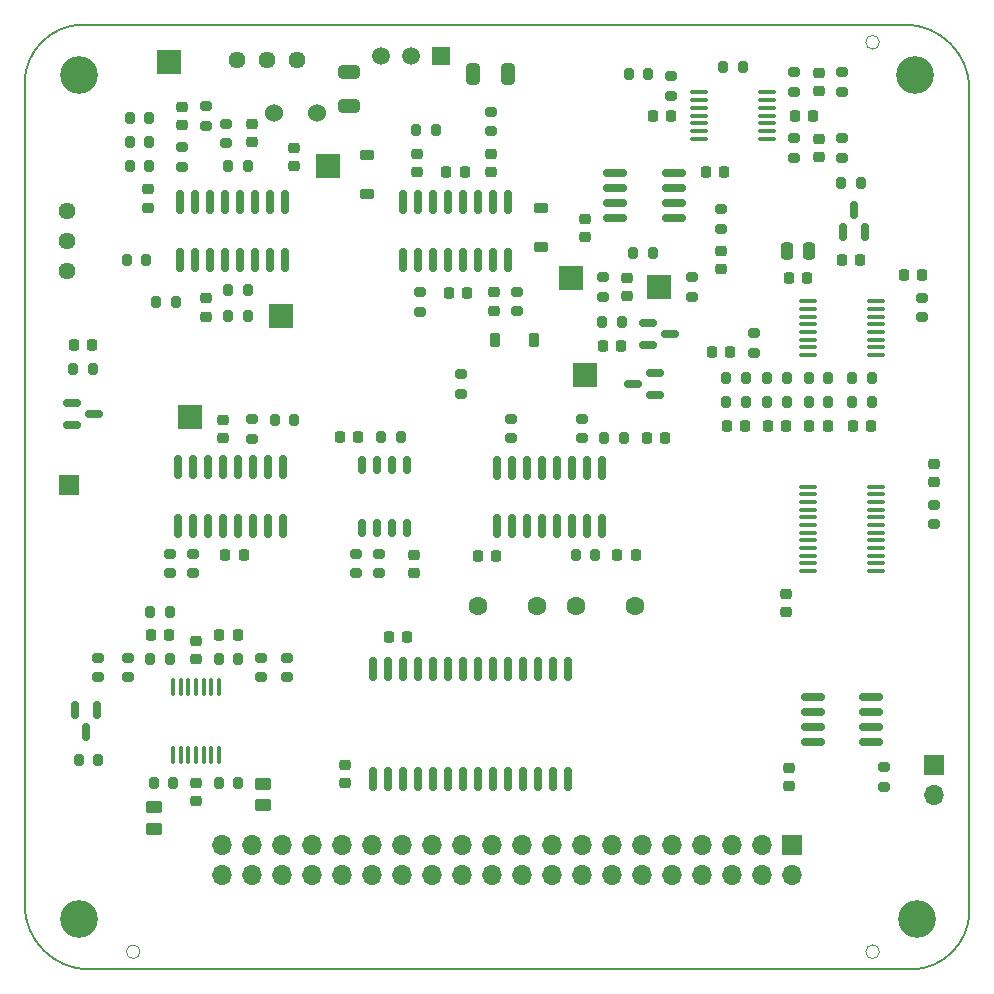
<source format=gbr>
G04 #@! TF.GenerationSoftware,KiCad,Pcbnew,7.0.11*
G04 #@! TF.CreationDate,2024-06-21T20:49:24-07:00*
G04 #@! TF.ProjectId,as3340,61733333-3430-42e6-9b69-6361645f7063,rev?*
G04 #@! TF.SameCoordinates,PX5d9f491PY90fcb2f*
G04 #@! TF.FileFunction,Soldermask,Top*
G04 #@! TF.FilePolarity,Negative*
%FSLAX46Y46*%
G04 Gerber Fmt 4.6, Leading zero omitted, Abs format (unit mm)*
G04 Created by KiCad (PCBNEW 7.0.11) date 2024-06-21 20:49:24*
%MOMM*%
%LPD*%
G01*
G04 APERTURE LIST*
G04 Aperture macros list*
%AMRoundRect*
0 Rectangle with rounded corners*
0 $1 Rounding radius*
0 $2 $3 $4 $5 $6 $7 $8 $9 X,Y pos of 4 corners*
0 Add a 4 corners polygon primitive as box body*
4,1,4,$2,$3,$4,$5,$6,$7,$8,$9,$2,$3,0*
0 Add four circle primitives for the rounded corners*
1,1,$1+$1,$2,$3*
1,1,$1+$1,$4,$5*
1,1,$1+$1,$6,$7*
1,1,$1+$1,$8,$9*
0 Add four rect primitives between the rounded corners*
20,1,$1+$1,$2,$3,$4,$5,0*
20,1,$1+$1,$4,$5,$6,$7,0*
20,1,$1+$1,$6,$7,$8,$9,0*
20,1,$1+$1,$8,$9,$2,$3,0*%
G04 Aperture macros list end*
%ADD10RoundRect,0.225000X-0.250000X0.225000X-0.250000X-0.225000X0.250000X-0.225000X0.250000X0.225000X0*%
%ADD11RoundRect,0.225000X0.250000X-0.225000X0.250000X0.225000X-0.250000X0.225000X-0.250000X-0.225000X0*%
%ADD12RoundRect,0.150000X0.150000X-0.825000X0.150000X0.825000X-0.150000X0.825000X-0.150000X-0.825000X0*%
%ADD13RoundRect,0.200000X0.200000X0.275000X-0.200000X0.275000X-0.200000X-0.275000X0.200000X-0.275000X0*%
%ADD14RoundRect,0.200000X0.275000X-0.200000X0.275000X0.200000X-0.275000X0.200000X-0.275000X-0.200000X0*%
%ADD15RoundRect,0.200000X-0.200000X-0.275000X0.200000X-0.275000X0.200000X0.275000X-0.200000X0.275000X0*%
%ADD16RoundRect,0.200000X-0.275000X0.200000X-0.275000X-0.200000X0.275000X-0.200000X0.275000X0.200000X0*%
%ADD17C,1.440000*%
%ADD18RoundRect,0.225000X-0.225000X-0.250000X0.225000X-0.250000X0.225000X0.250000X-0.225000X0.250000X0*%
%ADD19RoundRect,0.225000X0.225000X0.250000X-0.225000X0.250000X-0.225000X-0.250000X0.225000X-0.250000X0*%
%ADD20RoundRect,0.250000X-0.250000X-0.475000X0.250000X-0.475000X0.250000X0.475000X-0.250000X0.475000X0*%
%ADD21RoundRect,0.100000X0.100000X-0.637500X0.100000X0.637500X-0.100000X0.637500X-0.100000X-0.637500X0*%
%ADD22C,3.200000*%
%ADD23RoundRect,0.250000X0.325000X0.650000X-0.325000X0.650000X-0.325000X-0.650000X0.325000X-0.650000X0*%
%ADD24RoundRect,0.100000X0.637500X0.100000X-0.637500X0.100000X-0.637500X-0.100000X0.637500X-0.100000X0*%
%ADD25RoundRect,0.100000X-0.637500X-0.100000X0.637500X-0.100000X0.637500X0.100000X-0.637500X0.100000X0*%
%ADD26RoundRect,0.150000X0.150000X-0.587500X0.150000X0.587500X-0.150000X0.587500X-0.150000X-0.587500X0*%
%ADD27C,1.524000*%
%ADD28RoundRect,0.250000X-0.650000X0.325000X-0.650000X-0.325000X0.650000X-0.325000X0.650000X0.325000X0*%
%ADD29RoundRect,0.218750X0.256250X-0.218750X0.256250X0.218750X-0.256250X0.218750X-0.256250X-0.218750X0*%
%ADD30RoundRect,0.225000X0.375000X-0.225000X0.375000X0.225000X-0.375000X0.225000X-0.375000X-0.225000X0*%
%ADD31R,2.000000X2.000000*%
%ADD32R,1.700000X1.700000*%
%ADD33O,1.700000X1.700000*%
%ADD34RoundRect,0.150000X0.150000X-0.625000X0.150000X0.625000X-0.150000X0.625000X-0.150000X-0.625000X0*%
%ADD35RoundRect,0.250000X-0.450000X0.262500X-0.450000X-0.262500X0.450000X-0.262500X0.450000X0.262500X0*%
%ADD36R,1.500000X1.500000*%
%ADD37C,1.500000*%
%ADD38RoundRect,0.225000X-0.225000X-0.375000X0.225000X-0.375000X0.225000X0.375000X-0.225000X0.375000X0*%
%ADD39RoundRect,0.150000X0.825000X0.150000X-0.825000X0.150000X-0.825000X-0.150000X0.825000X-0.150000X0*%
%ADD40RoundRect,0.150000X0.150000X-0.875000X0.150000X0.875000X-0.150000X0.875000X-0.150000X-0.875000X0*%
%ADD41RoundRect,0.150000X-0.587500X-0.150000X0.587500X-0.150000X0.587500X0.150000X-0.587500X0.150000X0*%
%ADD42RoundRect,0.150000X-0.150000X0.587500X-0.150000X-0.587500X0.150000X-0.587500X0.150000X0.587500X0*%
%ADD43C,1.600000*%
%ADD44RoundRect,0.225000X-0.375000X0.225000X-0.375000X-0.225000X0.375000X-0.225000X0.375000X0.225000X0*%
%ADD45RoundRect,0.150000X-0.150000X0.825000X-0.150000X-0.825000X0.150000X-0.825000X0.150000X0.825000X0*%
%ADD46RoundRect,0.150000X0.587500X0.150000X-0.587500X0.150000X-0.587500X-0.150000X0.587500X-0.150000X0*%
G04 #@! TA.AperFunction,Profile*
%ADD47C,0.150000*%
G04 #@! TD*
G04 #@! TA.AperFunction,Profile*
%ADD48C,0.050000*%
G04 #@! TD*
G04 APERTURE END LIST*
D10*
X47929999Y65204999D03*
X47929999Y63654999D03*
D11*
X17229999Y46629999D03*
X17229999Y48179999D03*
D10*
X14979999Y17454999D03*
X14979999Y15904999D03*
D12*
X13599999Y61679999D03*
X14869999Y61679999D03*
X16139999Y61679999D03*
X17409999Y61679999D03*
X18679999Y61679999D03*
X19949999Y61679999D03*
X21219999Y61679999D03*
X22489999Y61679999D03*
X22489999Y66629999D03*
X21219999Y66629999D03*
X19949999Y66629999D03*
X18679999Y66629999D03*
X17409999Y66629999D03*
X16139999Y66629999D03*
X14869999Y66629999D03*
X13599999Y66629999D03*
D11*
X19679999Y71654999D03*
X19679999Y73204999D03*
X23294999Y69629999D03*
X23294999Y71179999D03*
D10*
X10929999Y67679999D03*
X10929999Y66129999D03*
D11*
X13794999Y73129999D03*
X13794999Y74679999D03*
D13*
X19369999Y59154999D03*
X17719999Y59154999D03*
D14*
X30479999Y35154999D03*
X30479999Y36804999D03*
D15*
X17719999Y69654999D03*
X19369999Y69654999D03*
D13*
X10754999Y61679999D03*
X9104999Y61679999D03*
X13254999Y58179999D03*
X11604999Y58179999D03*
D14*
X15794999Y73079999D03*
X15794999Y74729999D03*
D16*
X6679999Y28004999D03*
X6679999Y26354999D03*
D14*
X13794999Y69579999D03*
X13794999Y71229999D03*
D17*
X4029999Y65879999D03*
X4029999Y63339999D03*
X4029999Y60799999D03*
X18479999Y78629999D03*
X21019999Y78629999D03*
X23559999Y78629999D03*
D15*
X33604999Y72679999D03*
X35254999Y72679999D03*
D14*
X56929999Y58604999D03*
X56929999Y60254999D03*
D15*
X49354999Y56429999D03*
X51004999Y56429999D03*
D10*
X39979999Y70679999D03*
X39979999Y69129999D03*
D18*
X50654999Y36679999D03*
X52204999Y36679999D03*
D16*
X33929999Y58979999D03*
X33929999Y57329999D03*
D18*
X36154999Y69154999D03*
X37704999Y69154999D03*
D19*
X37954999Y58904999D03*
X36404999Y58904999D03*
D13*
X51204999Y46629999D03*
X49554999Y46629999D03*
D14*
X62179999Y53854999D03*
X62179999Y55504999D03*
D16*
X76429999Y58504999D03*
X76429999Y56854999D03*
X69679999Y72004999D03*
X69679999Y70354999D03*
D10*
X67679999Y71954999D03*
X67679999Y70404999D03*
D11*
X51429999Y58654999D03*
X51429999Y60204999D03*
D13*
X6229999Y52429999D03*
X4579999Y52429999D03*
D16*
X49429999Y60254999D03*
X49429999Y58604999D03*
X22679999Y28004999D03*
X22679999Y26354999D03*
D19*
X28704999Y46679999D03*
X27154999Y46679999D03*
D15*
X59604999Y78004999D03*
X61254999Y78004999D03*
X63354999Y51679999D03*
X65004999Y51679999D03*
X66854999Y51679999D03*
X68504999Y51679999D03*
D20*
X64979999Y62429999D03*
X66879999Y62429999D03*
D18*
X65154999Y60179999D03*
X66704999Y60179999D03*
D11*
X64929999Y31904999D03*
X64929999Y33454999D03*
D16*
X39929999Y74254999D03*
X39929999Y72604999D03*
D19*
X59704999Y69179999D03*
X58154999Y69179999D03*
D16*
X55179999Y77254999D03*
X55179999Y75604999D03*
D21*
X13029999Y19817499D03*
X13679999Y19817499D03*
X14329999Y19817499D03*
X14979999Y19817499D03*
X15629999Y19817499D03*
X16279999Y19817499D03*
X16929999Y19817499D03*
X16929999Y25542499D03*
X16279999Y25542499D03*
X15629999Y25542499D03*
X14979999Y25542499D03*
X14329999Y25542499D03*
X13679999Y25542499D03*
X13029999Y25542499D03*
D14*
X69679999Y75929999D03*
X69679999Y77579999D03*
D16*
X65629999Y77579999D03*
X65629999Y75929999D03*
D13*
X68504999Y49679999D03*
X66854999Y49679999D03*
D22*
X76054999Y5929999D03*
X75854999Y77329999D03*
X5054999Y5929999D03*
X5054999Y77329999D03*
D13*
X19369999Y56929999D03*
X17719999Y56929999D03*
D23*
X41404999Y77429999D03*
X38454999Y77429999D03*
D24*
X72542499Y35354999D03*
X72542499Y36004999D03*
X72542499Y36654999D03*
X72542499Y37304999D03*
X72542499Y37954999D03*
X72542499Y38604999D03*
X72542499Y39254999D03*
X72542499Y39904999D03*
X72542499Y40554999D03*
X72542499Y41204999D03*
X72542499Y41854999D03*
X72542499Y42504999D03*
X66817499Y42504999D03*
X66817499Y41854999D03*
X66817499Y41204999D03*
X66817499Y40554999D03*
X66817499Y39904999D03*
X66817499Y39254999D03*
X66817499Y38604999D03*
X66817499Y37954999D03*
X66817499Y37304999D03*
X66817499Y36654999D03*
X66817499Y36004999D03*
X66817499Y35354999D03*
D25*
X66817499Y58204999D03*
X66817499Y57554999D03*
X66817499Y56904999D03*
X66817499Y56254999D03*
X66817499Y55604999D03*
X66817499Y54954999D03*
X66817499Y54304999D03*
X66817499Y53654999D03*
X72542499Y53654999D03*
X72542499Y54304999D03*
X72542499Y54954999D03*
X72542499Y55604999D03*
X72542499Y56254999D03*
X72542499Y56904999D03*
X72542499Y57554999D03*
X72542499Y58204999D03*
D13*
X65004999Y49679999D03*
X63354999Y49679999D03*
X11004999Y73679999D03*
X9354999Y73679999D03*
D16*
X37429999Y52004999D03*
X37429999Y50354999D03*
D15*
X47104999Y36679999D03*
X48754999Y36679999D03*
D13*
X32304999Y46729999D03*
X30654999Y46729999D03*
D16*
X41679999Y48254999D03*
X41679999Y46604999D03*
D15*
X59854999Y51679999D03*
X61504999Y51679999D03*
D16*
X14729999Y36804999D03*
X14729999Y35154999D03*
D12*
X32484999Y61679999D03*
X33754999Y61679999D03*
X35024999Y61679999D03*
X36294999Y61679999D03*
X37564999Y61679999D03*
X38834999Y61679999D03*
X40104999Y61679999D03*
X41374999Y61679999D03*
X41374999Y66629999D03*
X40104999Y66629999D03*
X38834999Y66629999D03*
X37564999Y66629999D03*
X36294999Y66629999D03*
X35024999Y66629999D03*
X33754999Y66629999D03*
X32484999Y66629999D03*
D16*
X12729999Y36804999D03*
X12729999Y35154999D03*
D26*
X69729999Y64054999D03*
X71629999Y64054999D03*
X70679999Y65929999D03*
D16*
X47679999Y48254999D03*
X47679999Y46604999D03*
D27*
X21579999Y74179999D03*
X25179999Y74179999D03*
D28*
X27929999Y77654999D03*
X27929999Y74704999D03*
D16*
X77429999Y40979999D03*
X77429999Y39329999D03*
D29*
X77429999Y42867499D03*
X77429999Y44442499D03*
D30*
X44179999Y62779999D03*
X44179999Y66079999D03*
D11*
X40179999Y57404999D03*
X40179999Y58954999D03*
X33429999Y35154999D03*
X33429999Y36704999D03*
D14*
X42179999Y57354999D03*
X42179999Y59004999D03*
D31*
X14429999Y48429999D03*
D15*
X52004999Y62329999D03*
X53654999Y62329999D03*
D16*
X59429999Y66004999D03*
X59429999Y64354999D03*
D10*
X15794999Y58454999D03*
X15794999Y56904999D03*
D31*
X26179999Y69679999D03*
D13*
X11004999Y71679999D03*
X9354999Y71679999D03*
D15*
X9354999Y69679999D03*
X11004999Y69679999D03*
D13*
X12754999Y31929999D03*
X11104999Y31929999D03*
D12*
X13484999Y39204999D03*
X14754999Y39204999D03*
X16024999Y39204999D03*
X17294999Y39204999D03*
X18564999Y39204999D03*
X19834999Y39204999D03*
X21104999Y39204999D03*
X22374999Y39204999D03*
X22374999Y44154999D03*
X21104999Y44154999D03*
X19834999Y44154999D03*
X18564999Y44154999D03*
X17294999Y44154999D03*
X16024999Y44154999D03*
X14754999Y44154999D03*
X13484999Y44154999D03*
D32*
X65454999Y12129999D03*
D33*
X65454999Y9589999D03*
X62914999Y12129999D03*
X62914999Y9589999D03*
X60374999Y12129999D03*
X60374999Y9589999D03*
X57834999Y12129999D03*
X57834999Y9589999D03*
X55294999Y12129999D03*
X55294999Y9589999D03*
X52754999Y12129999D03*
X52754999Y9589999D03*
X50214999Y12129999D03*
X50214999Y9589999D03*
X47674999Y12129999D03*
X47674999Y9589999D03*
X45134999Y12129999D03*
X45134999Y9589999D03*
X42594999Y12129999D03*
X42594999Y9589999D03*
X40054999Y12129999D03*
X40054999Y9589999D03*
X37514999Y12129999D03*
X37514999Y9589999D03*
X34974999Y12129999D03*
X34974999Y9589999D03*
X32434999Y12129999D03*
X32434999Y9589999D03*
X29894999Y12129999D03*
X29894999Y9589999D03*
X27354999Y12129999D03*
X27354999Y9589999D03*
X24814999Y12129999D03*
X24814999Y9589999D03*
X22274999Y12129999D03*
X22274999Y9589999D03*
X19734999Y12129999D03*
X19734999Y9589999D03*
X17194999Y12129999D03*
X17194999Y9589999D03*
D19*
X19004999Y36729999D03*
X17454999Y36729999D03*
D11*
X65179999Y17154999D03*
X65179999Y18704999D03*
D34*
X29024999Y39004999D03*
X30294999Y39004999D03*
X31564999Y39004999D03*
X32834999Y39004999D03*
X32834999Y44354999D03*
X31564999Y44354999D03*
X30294999Y44354999D03*
X29024999Y44354999D03*
D31*
X22179999Y56929999D03*
D10*
X14979999Y29454999D03*
X14979999Y27904999D03*
D14*
X20479999Y26354999D03*
X20479999Y28004999D03*
D13*
X18554999Y17429999D03*
X16904999Y17429999D03*
D35*
X20679999Y17342499D03*
X20679999Y15517499D03*
D14*
X17544999Y71579999D03*
X17544999Y73229999D03*
D36*
X35679999Y78929999D03*
D37*
X33139999Y78929999D03*
X30599999Y78929999D03*
D18*
X58654999Y53929999D03*
X60204999Y53929999D03*
X38854999Y36629999D03*
X40404999Y36629999D03*
D19*
X18504999Y29929999D03*
X16954999Y29929999D03*
D18*
X11154999Y29929999D03*
X12704999Y29929999D03*
D13*
X12754999Y27929999D03*
X11104999Y27929999D03*
D14*
X9179999Y26354999D03*
X9179999Y28004999D03*
D15*
X11404999Y17429999D03*
X13054999Y17429999D03*
D35*
X11429999Y15342499D03*
X11429999Y13517499D03*
D31*
X46679999Y60179999D03*
D13*
X23304999Y48154999D03*
X21654999Y48154999D03*
D15*
X16904999Y27929999D03*
X18554999Y27929999D03*
D14*
X19729999Y46579999D03*
X19729999Y48229999D03*
D15*
X51604999Y77429999D03*
X53254999Y77429999D03*
X5054999Y19367499D03*
X6704999Y19367499D03*
D38*
X40279999Y54929999D03*
X43579999Y54929999D03*
D39*
X72129999Y20869999D03*
X72129999Y22139999D03*
X72129999Y23409999D03*
X72129999Y24679999D03*
X67179999Y24679999D03*
X67179999Y23409999D03*
X67179999Y22139999D03*
X67179999Y20869999D03*
D32*
X77429999Y18904999D03*
D33*
X77429999Y16364999D03*
D18*
X31304999Y29779999D03*
X32854999Y29779999D03*
D14*
X65629999Y70354999D03*
X65629999Y72004999D03*
D10*
X59429999Y62454999D03*
X59429999Y60904999D03*
D18*
X74904999Y60429999D03*
X76454999Y60429999D03*
D13*
X71254999Y68179999D03*
X69604999Y68179999D03*
D10*
X27579999Y18954999D03*
X27579999Y17404999D03*
D18*
X53654999Y73929999D03*
X55204999Y73929999D03*
X63404999Y47679999D03*
X64954999Y47679999D03*
D40*
X29924999Y17779999D03*
X31194999Y17779999D03*
X32464999Y17779999D03*
X33734999Y17779999D03*
X35004999Y17779999D03*
X36274999Y17779999D03*
X37544999Y17779999D03*
X38814999Y17779999D03*
X40084999Y17779999D03*
X41354999Y17779999D03*
X42624999Y17779999D03*
X43894999Y17779999D03*
X45164999Y17779999D03*
X46434999Y17779999D03*
X46434999Y27079999D03*
X45164999Y27079999D03*
X43894999Y27079999D03*
X42624999Y27079999D03*
X41354999Y27079999D03*
X40084999Y27079999D03*
X38814999Y27079999D03*
X37544999Y27079999D03*
X36274999Y27079999D03*
X35004999Y27079999D03*
X33734999Y27079999D03*
X32464999Y27079999D03*
X31194999Y27079999D03*
X29924999Y27079999D03*
D41*
X53242499Y56379999D03*
X53242499Y54479999D03*
X55117499Y55429999D03*
D31*
X47929999Y51929999D03*
D41*
X4492499Y49629999D03*
X4492499Y47729999D03*
X6367499Y48679999D03*
D42*
X6629999Y23617499D03*
X4729999Y23617499D03*
X5679999Y21742499D03*
D14*
X28479999Y35154999D03*
X28479999Y36804999D03*
D43*
X38879999Y32379999D03*
X43879999Y32379999D03*
D18*
X4629999Y54534999D03*
X6179999Y54534999D03*
D31*
X54179999Y59429999D03*
D18*
X70579999Y47679999D03*
X72129999Y47679999D03*
D13*
X72179999Y49679999D03*
X70529999Y49679999D03*
D18*
X53154999Y46629999D03*
X54704999Y46629999D03*
D10*
X33679999Y70679999D03*
X33679999Y69129999D03*
D11*
X67679999Y75979999D03*
X67679999Y77529999D03*
D13*
X61504999Y49679999D03*
X59854999Y49679999D03*
D19*
X50954999Y54429999D03*
X49404999Y54429999D03*
D15*
X70529999Y51679999D03*
X72179999Y51679999D03*
D24*
X63292499Y71979999D03*
X63292499Y72629999D03*
X63292499Y73279999D03*
X63292499Y73929999D03*
X63292499Y74579999D03*
X63292499Y75229999D03*
X63292499Y75879999D03*
X57567499Y75879999D03*
X57567499Y75229999D03*
X57567499Y74579999D03*
X57567499Y73929999D03*
X57567499Y73279999D03*
X57567499Y72629999D03*
X57567499Y71979999D03*
D44*
X29429999Y70579999D03*
X29429999Y67279999D03*
D18*
X66904999Y47679999D03*
X68454999Y47679999D03*
D45*
X49324999Y44104999D03*
X48054999Y44104999D03*
X46784999Y44104999D03*
X45514999Y44104999D03*
X44244999Y44104999D03*
X42974999Y44104999D03*
X41704999Y44104999D03*
X40434999Y44104999D03*
X40434999Y39154999D03*
X41704999Y39154999D03*
X42974999Y39154999D03*
X44244999Y39154999D03*
X45514999Y39154999D03*
X46784999Y39154999D03*
X48054999Y39154999D03*
X49324999Y39154999D03*
D14*
X73179999Y17104999D03*
X73179999Y18754999D03*
D32*
X4179999Y42679999D03*
D39*
X55404999Y65274999D03*
X55404999Y66544999D03*
X55404999Y67814999D03*
X55404999Y69084999D03*
X50454999Y69084999D03*
X50454999Y67814999D03*
X50454999Y66544999D03*
X50454999Y65274999D03*
D18*
X65654999Y73929999D03*
X67204999Y73929999D03*
D31*
X12679999Y78429999D03*
D18*
X59904999Y47679999D03*
X61454999Y47679999D03*
X69654999Y61679999D03*
X71204999Y61679999D03*
D43*
X52129999Y32379999D03*
X47129999Y32379999D03*
D46*
X53867499Y50229999D03*
X53867499Y52129999D03*
X51992499Y51179999D03*
D47*
X454999Y7129999D02*
G75*
G03*
X5954999Y1629999I5500000J0D01*
G01*
X75454999Y1629999D02*
G75*
G03*
X80454999Y6629999I0J5000000D01*
G01*
X75454999Y1629999D02*
X5954999Y1629999D01*
X5454999Y81629999D02*
G75*
G03*
X454999Y76629999I0J-5000000D01*
G01*
X80454999Y76129999D02*
G75*
G03*
X74954999Y81629999I-5500000J0D01*
G01*
X5454999Y81629999D02*
X74954999Y81629999D01*
X80454999Y6629999D02*
X80454999Y76129999D01*
X454999Y76629999D02*
X454999Y7129999D01*
D48*
X10230999Y3129999D02*
G75*
G03*
X9078999Y3129999I-576000J0D01*
G01*
X9078999Y3129999D02*
G75*
G03*
X10230999Y3129999I576000J0D01*
G01*
X72830999Y80129999D02*
G75*
G03*
X71678999Y80129999I-576000J0D01*
G01*
X71678999Y80129999D02*
G75*
G03*
X72830999Y80129999I576000J0D01*
G01*
X72830999Y3129999D02*
G75*
G03*
X71678999Y3129999I-576000J0D01*
G01*
X71678999Y3129999D02*
G75*
G03*
X72830999Y3129999I576000J0D01*
G01*
M02*

</source>
